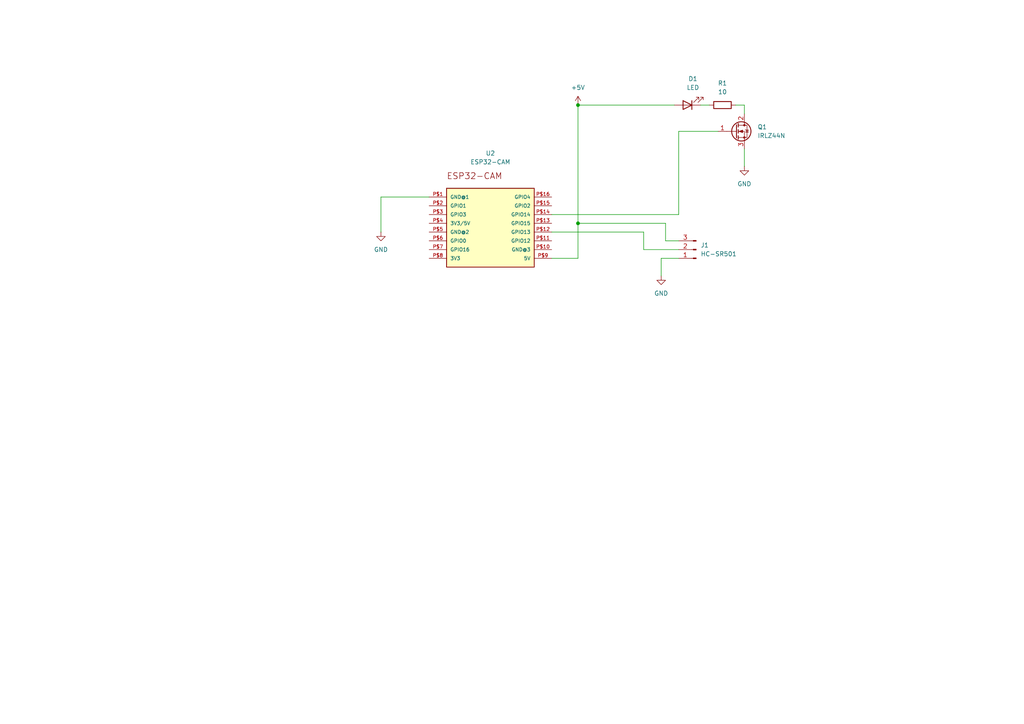
<source format=kicad_sch>
(kicad_sch (version 20231120) (generator "eeschema") (generator_version "8.0")
  (paper "A4")
  (title_block (title "SHICE satellite"))
  (lib_symbols
    (symbol "Connector:Conn_01x03_Pin" (pin_names (offset 1.016) hide)
      (property "Reference" "J" (at 0 5.08 0))
      (property "Value" "Conn_01x03_Pin" (at 0 -5.08 0))
      (symbol "Conn_01x03_Pin_1_1"
        (polyline (pts (xy 1.27 -2.54) (xy 0.8636 -2.54)) (stroke (width 0.1524)))
        (polyline (pts (xy 1.27 0) (xy 0.8636 0)) (stroke (width 0.1524)))
        (polyline (pts (xy 1.27 2.54) (xy 0.8636 2.54)) (stroke (width 0.1524)))
        (rectangle (start 0.8636 -2.413) (end 0 -2.667) (stroke (width 0.1524)) (fill (type outline)))
        (rectangle (start 0.8636 0.127) (end 0 -0.127) (stroke (width 0.1524)) (fill (type outline)))
        (rectangle (start 0.8636 2.667) (end 0 2.413) (stroke (width 0.1524)) (fill (type outline)))
        (pin passive line (at 5.08 2.54 180) (length 3.81) (name "Pin_1") (number "1"))
        (pin passive line (at 5.08 0 180) (length 3.81) (name "Pin_2") (number "2"))
        (pin passive line (at 5.08 -2.54 180) (length 3.81) (name "Pin_3") (number "3"))
      )
    )
    (symbol "Device:LED" (pin_numbers hide) (pin_names (offset 1.016) hide)
      (property "Reference" "D" (at 0 2.54 0))
      (property "Value" "LED" (at 0 -2.54 0))
      (symbol "LED_0_1"
        (polyline (pts (xy -1.27 -1.27) (xy -1.27 1.27)) (stroke (width 0.254)))
        (polyline (pts (xy -1.27 0) (xy 1.27 0)))
        (polyline (pts (xy 1.27 -1.27) (xy 1.27 1.27) (xy -1.27 0) (xy 1.27 -1.27)) (stroke (width 0.254)))
        (polyline (pts (xy -3.048 -0.762) (xy -4.572 -2.286) (xy -3.81 -2.286) (xy -4.572 -2.286) (xy -4.572 -1.524)))
        (polyline (pts (xy -1.778 -0.762) (xy -3.302 -2.286) (xy -2.54 -2.286) (xy -3.302 -2.286) (xy -3.302 -1.524)))
      )
      (symbol "LED_1_1"
        (pin passive line (at -3.81 0 0) (length 2.54) (name "K") (number "1"))
        (pin passive line (at 3.81 0 180) (length 2.54) (name "A") (number "2"))
      )
    )
    (symbol "Device:R" (pin_numbers hide) (pin_names (offset 0))
      (property "Reference" "R" (at 2.032 0 90))
      (property "Value" "R" (at 0 0 90))
      (symbol "R_0_1"
        (rectangle (start -1.016 -2.54) (end 1.016 2.54) (stroke (width 0.254)))
      )
      (symbol "R_1_1"
        (pin passive line (at 0 3.81 270) (length 1.27) (name "~") (number "1"))
        (pin passive line (at 0 -3.81 90) (length 1.27) (name "~") (number "2"))
      )
    )
    (symbol "ESP32-CAM:ESP32-CAM" (pin_names (offset 1.016))
      (property "Reference" "U" (at 0 0 0))
      (property "Value" "ESP32-CAM" (at 0 0 0))
      (symbol "ESP32-CAM_0_0"
        (rectangle (start -12.7 -10.16) (end 12.7 12.7) (stroke (width 0.254)) (fill (type background)))
        (text "ESP32-CAM" (at -12.7 15.24 0) (effects (font (size 1.778 1.778)) (justify left bottom)))
        (pin bidirectional line (at -17.78 10.16 0) (length 5.08) (name "GND@1") (number "P$1"))
        (pin bidirectional line (at 17.78 -5.08 180) (length 5.08) (name "GND@3") (number "P$10"))
        (pin bidirectional line (at 17.78 -2.54 180) (length 5.08) (name "GPIO12") (number "P$11"))
        (pin bidirectional line (at 17.78 0 180) (length 5.08) (name "GPIO13") (number "P$12"))
        (pin bidirectional line (at 17.78 2.54 180) (length 5.08) (name "GPIO15") (number "P$13"))
        (pin bidirectional line (at 17.78 5.08 180) (length 5.08) (name "GPIO14") (number "P$14"))
        (pin bidirectional line (at 17.78 7.62 180) (length 5.08) (name "GPIO2") (number "P$15"))
        (pin bidirectional line (at 17.78 10.16 180) (length 5.08) (name "GPIO4") (number "P$16"))
        (pin bidirectional line (at -17.78 7.62 0) (length 5.08) (name "GPIO1") (number "P$2"))
        (pin bidirectional line (at -17.78 5.08 0) (length 5.08) (name "GPIO3") (number "P$3"))
        (pin bidirectional line (at -17.78 2.54 0) (length 5.08) (name "3V3/5V") (number "P$4"))
        (pin bidirectional line (at -17.78 0 0) (length 5.08) (name "GND@2") (number "P$5"))
        (pin bidirectional line (at -17.78 -2.54 0) (length 5.08) (name "GPIO0") (number "P$6"))
        (pin bidirectional line (at -17.78 -5.08 0) (length 5.08) (name "GPIO16") (number "P$7"))
        (pin bidirectional line (at -17.78 -7.62 0) (length 5.08) (name "3V3") (number "P$8"))
        (pin bidirectional line (at 17.78 -7.62 180) (length 5.08) (name "5V") (number "P$9"))
      )
    )
    (symbol "Transistor_FET:IRLZ44N" (pin_names hide)
      (property "Reference" "Q" (at 5.08 1.905 0))
      (property "Value" "IRLZ44N" (at 5.08 0 0))
      (symbol "IRLZ44N_0_1"
        (polyline (pts (xy 0.254 0) (xy -2.54 0)))
        (polyline (pts (xy 0.254 1.905) (xy 0.254 -1.905)) (stroke (width 0.254)))
        (polyline (pts (xy 0.762 -1.27) (xy 0.762 -2.286)) (stroke (width 0.254)))
        (polyline (pts (xy 0.762 0.508) (xy 0.762 -0.508)) (stroke (width 0.254)))
        (polyline (pts (xy 0.762 2.286) (xy 0.762 1.27)) (stroke (width 0.254)))
        (polyline (pts (xy 2.54 2.54) (xy 2.54 1.778)))
        (polyline (pts (xy 2.54 -2.54) (xy 2.54 0) (xy 0.762 0)))
        (polyline (pts (xy 0.762 -1.778) (xy 3.302 -1.778) (xy 3.302 1.778) (xy 0.762 1.778)))
        (polyline (pts (xy 1.016 0) (xy 2.032 0.381) (xy 2.032 -0.381) (xy 1.016 0)) (fill (type outline)))
        (polyline (pts (xy 2.794 0.508) (xy 2.921 0.381) (xy 3.683 0.381) (xy 3.81 0.254)))
        (polyline (pts (xy 3.302 0.381) (xy 2.921 -0.254) (xy 3.683 -0.254) (xy 3.302 0.381)))
        (circle (center 1.651 0) (radius 2.794) (stroke (width 0.254)))
        (circle (center 2.54 -1.778) (radius 0.254) (fill (type outline)))
        (circle (center 2.54 1.778) (radius 0.254) (fill (type outline)))
      )
      (symbol "IRLZ44N_1_1"
        (pin input line (at -5.08 0 0) (length 2.54) (name "G") (number "1"))
        (pin passive line (at 2.54 5.08 270) (length 2.54) (name "D") (number "2"))
        (pin passive line (at 2.54 -5.08 90) (length 2.54) (name "S") (number "3"))
      )
    )
    (symbol "power:+5V" (power) (pin_numbers hide) (pin_names (offset 0) hide)
      (property "Value" "+5V" (at 0 3.556 0))
      (symbol "+5V_0_1"
        (polyline (pts (xy -0.762 1.27) (xy 0 2.54)))
        (polyline (pts (xy 0 0) (xy 0 2.54)))
        (polyline (pts (xy 0 2.54) (xy 0.762 1.27)))
      )
      (symbol "+5V_1_1"
        (pin power_in line (at 0 0 90) (length 0) (name "~") (number "1"))
      )
    )
    (symbol "power:GND" (power) (pin_numbers hide) (pin_names (offset 0) hide)
      (property "Value" "GND" (at 0 -3.81 0))
      (symbol "GND_0_1"
        (polyline (pts (xy 0 0) (xy 0 -1.27) (xy 1.27 -1.27) (xy 0 -2.54) (xy -1.27 -1.27) (xy 0 -1.27)))
      )
      (symbol "GND_1_1"
        (pin power_in line (at 0 0 270) (length 0) (name "~") (number "1"))
      )
    )
  )
  (junction (at 167.64 64.77))
  (junction (at 167.64 30.48))
  (wire (pts (xy 167.64 64.77) (xy 193.04 64.77)))
  (wire (pts (xy 160.02 74.93) (xy 167.64 74.93)))
  (wire (pts (xy 110.49 57.15) (xy 110.49 67.31)))
  (wire (pts (xy 110.49 57.15) (xy 124.46 57.15)))
  (wire (pts (xy 215.9 43.18) (xy 215.9 48.26)))
  (wire (pts (xy 186.69 72.39) (xy 196.85 72.39)))
  (wire (pts (xy 196.85 38.1) (xy 208.28 38.1)))
  (wire (pts (xy 167.64 30.48) (xy 167.64 64.77)))
  (wire (pts (xy 196.85 74.93) (xy 191.77 74.93)))
  (wire (pts (xy 167.64 64.77) (xy 167.64 74.93)))
  (wire (pts (xy 193.04 69.85) (xy 196.85 69.85)))
  (wire (pts (xy 186.69 67.31) (xy 186.69 72.39)))
  (wire (pts (xy 213.36 30.48) (xy 215.9 30.48)))
  (wire (pts (xy 160.02 67.31) (xy 186.69 67.31)))
  (wire (pts (xy 160.02 62.23) (xy 196.85 62.23)))
  (wire (pts (xy 193.04 64.77) (xy 193.04 69.85)))
  (wire (pts (xy 167.64 30.48) (xy 195.58 30.48)))
  (wire (pts (xy 215.9 30.48) (xy 215.9 33.02)))
  (wire (pts (xy 203.2 30.48) (xy 205.74 30.48)))
  (wire (pts (xy 196.85 62.23) (xy 196.85 38.1)))
  (wire (pts (xy 191.77 74.93) (xy 191.77 80.01)))
  (symbol (lib_id "power:GND") (at 110.49 67.31 0) (unit 1)
    (property "Reference" "#PWR04" (effects (hide yes)))
    (property "Value" "GND" (at 110.49 72.39 0))
    (property "Description" "Power symbol creates a global label with name \"GND\" , ground" (effects (hide yes)))
  )
  (symbol (lib_id "power:+5V") (at 167.64 30.48 0) (unit 1)
    (property "Reference" "#PWR03" (effects (hide yes)))
    (property "Value" "+5V" (at 167.64 25.4 0))
    (property "Description" "Power symbol creates a global label with name \"+5V\"" (effects (hide yes)))
  )
  (symbol (lib_id "Connector:Conn_01x03_Pin") (at 201.93 72.39 180) (unit 1)
    (property "Reference" "J1" (at 203.2 71.1199 0) (effects (justify right)))
    (property "Value" "HC-SR501" (at 203.2 73.6599 0) (effects (justify right)))
    (property "Description" "Generic connector, single row, 01x03, script generated" (effects (hide yes)))
  )
  (symbol (lib_id "ESP32-CAM:ESP32-CAM") (at 142.24 67.31 0) (unit 1)
    (property "Reference" "U2" (at 142.24 44.45 0))
    (property "Value" "ESP32-CAM" (at 142.24 46.99 0))
    (property "Footprint" "ESP32-CAM:ESP32-CAM" (effects (hide yes)))
    (property "MF" "AI-Thinker" (effects (hide yes)))
    (property "Description_1" "\nESP32 ESP32 Transceiver; 802.11 a/b/g/n (Wi-Fi, WiFi, WLAN), Bluetooth® Smart 4.x Low Energy (BLE) Evaluation Board\n" (effects (hide yes)))
    (property "Package" "None" (effects (hide yes)))
    (property "Price" "None" (effects (hide yes)))
    (property "SnapEDA_Link" "https://www.snapeda.com/parts/ESP32-CAM/AI-Thinker/view-part/?ref=snap" (effects (hide yes)))
    (property "MP" "ESP32-CAM" (effects (hide yes)))
    (property "Availability" "Not in stock" (effects (hide yes)))
    (property "Check_prices" "https://www.snapeda.com/parts/ESP32-CAM/AI-Thinker/view-part/?ref=eda" (effects (hide yes)))
  )
  (symbol (lib_id "power:GND") (at 215.9 48.26 0) (unit 1)
    (property "Reference" "#PWR01" (effects (hide yes)))
    (property "Value" "GND" (at 215.9 53.34 0))
    (property "Description" "Power symbol creates a global label with name \"GND\" , ground" (effects (hide yes)))
  )
  (symbol (lib_id "Device:LED") (at 199.39 30.48 180) (unit 1)
    (property "Reference" "D1" (at 200.9775 22.86 0))
    (property "Value" "LED" (at 200.9775 25.4 0))
    (property "Description" "Light emitting diode" (effects (hide yes)))
  )
  (symbol (lib_id "Device:R") (at 209.55 30.48 270) (unit 1)
    (property "Reference" "R1" (at 209.55 24.13 90))
    (property "Value" "10" (at 209.55 26.67 90))
    (property "Description" "Resistor" (effects (hide yes)))
  )
  (symbol (lib_id "power:GND") (at 191.77 80.01 0) (unit 1)
    (property "Reference" "#PWR02" (effects (hide yes)))
    (property "Value" "GND" (at 191.77 85.09 0))
    (property "Description" "Power symbol creates a global label with name \"GND\" , ground" (effects (hide yes)))
  )
  (symbol (lib_id "Transistor_FET:IRLZ44N") (at 213.36 38.1 0) (unit 1)
    (property "Reference" "Q1" (at 219.71 36.8299 0) (effects (justify left)))
    (property "Value" "IRLZ44N" (at 219.71 39.3699 0) (effects (justify left)))
    (property "Footprint" "Package_TO_SOT_THT:TO-220-3_Vertical" (effects (hide yes)))
    (property "Datasheet" "http://www.irf.com/product-info/datasheets/data/irlz44n.pdf" (effects (hide yes)))
    (property "Description" "47A Id, 55V Vds, 22mOhm Rds Single N-Channel HEXFET Power MOSFET, TO-220AB" (effects (hide yes)))
  )
)
</source>
